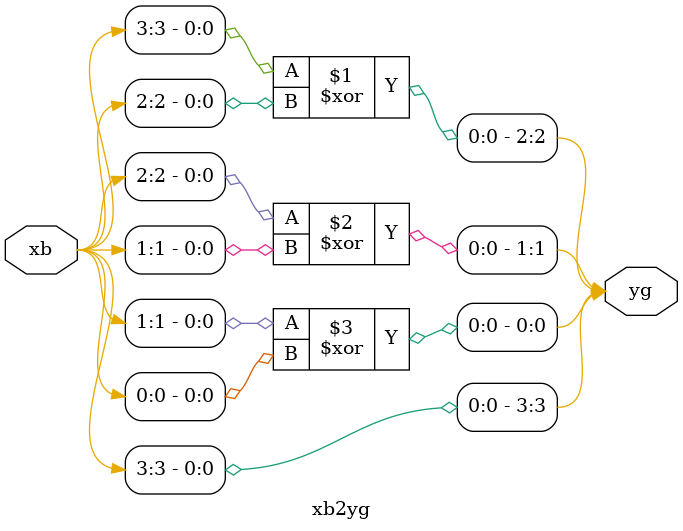
<source format=v>
module xb2yg(
    input [3:0] xb,
    output [3:0] yg
    );

    buf ubuf(yg[3], xb[3]);
    xor uxor1(yg[2], xb[3], xb[2]);
    xor uxor2(yg[1], xb[2], xb[1]);
    xor uxor3(yg[0], xb[1], xb[0]);

endmodule
</source>
